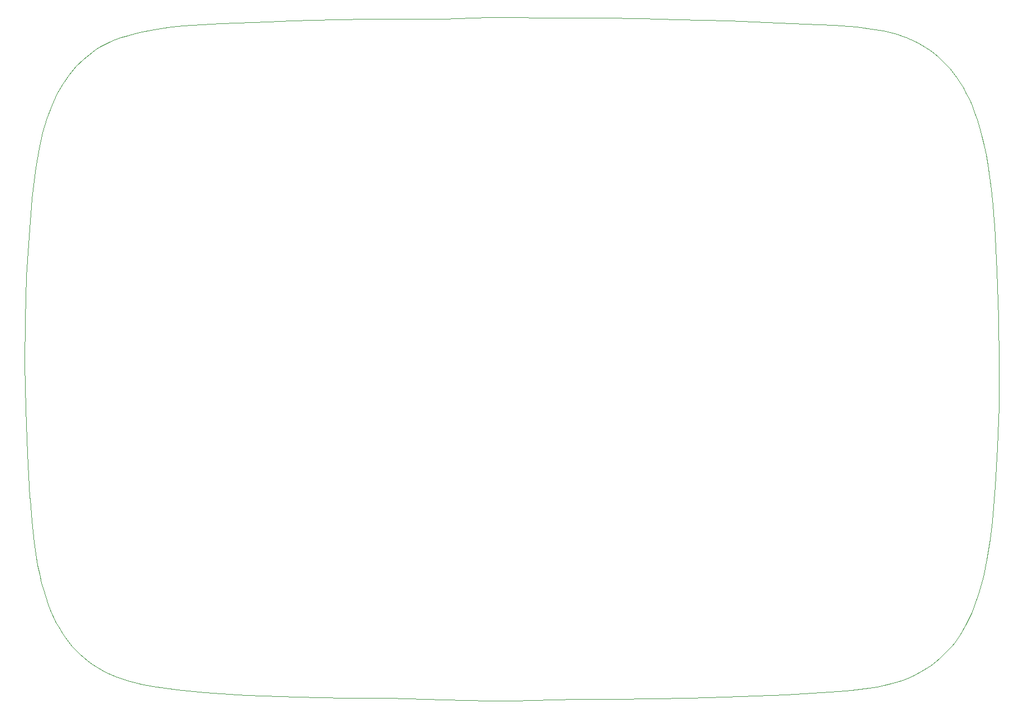
<source format=gbr>
G04 #@! TF.FileFunction,Profile,NP*
%FSLAX46Y46*%
G04 Gerber Fmt 4.6, Leading zero omitted, Abs format (unit mm)*
G04 Created by KiCad (PCBNEW 4.0.4-stable) date 11/01/16 13:43:14*
%MOMM*%
%LPD*%
G01*
G04 APERTURE LIST*
%ADD10C,0.100000*%
G04 APERTURE END LIST*
D10*
X200263110Y-96234433D02*
X195194751Y-96303952D01*
X195194751Y-96303952D02*
X188545154Y-96528836D01*
X188545154Y-96528836D02*
X184931415Y-96668347D01*
X184931415Y-96668347D02*
X177782092Y-96921963D01*
X177782092Y-96921963D02*
X174880603Y-97070645D01*
X174880603Y-97070645D02*
X172044605Y-97284253D01*
X172044605Y-97284253D02*
X170293872Y-97465298D01*
X170293872Y-97465298D02*
X168588428Y-97689816D01*
X168588428Y-97689816D02*
X167203845Y-97915539D01*
X167203845Y-97915539D02*
X165860217Y-98180233D01*
X165860217Y-98180233D02*
X164712756Y-98449078D01*
X164712756Y-98449078D02*
X163603442Y-98753979D01*
X163603442Y-98753979D02*
X162634326Y-99063382D01*
X162634326Y-99063382D02*
X161701099Y-99406537D01*
X161701099Y-99406537D02*
X160875232Y-99754147D01*
X160875232Y-99754147D02*
X160083301Y-100133633D01*
X160083301Y-100133633D02*
X159376575Y-100517804D01*
X159376575Y-100517804D02*
X158702258Y-100932354D01*
X158702258Y-100932354D02*
X158173206Y-101296795D01*
X158173206Y-101296795D02*
X156923694Y-102300732D01*
X156923694Y-102300732D02*
X155777942Y-103423626D01*
X155777942Y-103423626D02*
X154726764Y-104675015D01*
X154726764Y-104675015D02*
X153763080Y-106068127D01*
X153763080Y-106068127D02*
X152881793Y-107620221D01*
X152881793Y-107620221D02*
X152079547Y-109353344D01*
X152079547Y-109353344D02*
X151354449Y-111295727D01*
X151354449Y-111295727D02*
X150705508Y-113484265D01*
X150705508Y-113484265D02*
X150132114Y-115969296D01*
X150132114Y-115969296D02*
X149632907Y-118824353D01*
X149632907Y-118824353D02*
X149203906Y-122168728D01*
X149203906Y-122168728D02*
X149060962Y-123571179D01*
X149060962Y-123571179D02*
X148596530Y-129253018D01*
X148596530Y-129253018D02*
X148253070Y-135396847D01*
X148253070Y-135396847D02*
X148046405Y-141922238D01*
X148046405Y-141922238D02*
X147989108Y-148710049D01*
X147989108Y-148710049D02*
X148088367Y-155602444D01*
X148088367Y-155602444D02*
X148343738Y-162410531D01*
X148343738Y-162410531D02*
X148526782Y-165710122D01*
X148526782Y-165710122D02*
X148745715Y-168931454D01*
X148745715Y-168931454D02*
X148771686Y-169277070D01*
X148771686Y-169277070D02*
X149051563Y-172612992D01*
X149051563Y-172612992D02*
X149402637Y-175830304D01*
X149402637Y-175830304D02*
X149645343Y-177575234D01*
X149645343Y-177575234D02*
X149929233Y-179268910D01*
X149929233Y-179268910D02*
X150202930Y-180641224D01*
X150202930Y-180641224D02*
X150514011Y-181971379D01*
X150514011Y-181971379D02*
X150796634Y-183017765D01*
X150796634Y-183017765D02*
X151138858Y-184132962D01*
X151138858Y-184132962D02*
X151512225Y-185206894D01*
X151512225Y-185206894D02*
X151894870Y-186183705D01*
X151894870Y-186183705D02*
X152307666Y-187123410D01*
X152307666Y-187123410D02*
X152730319Y-187984692D01*
X152730319Y-187984692D02*
X153182361Y-188812018D01*
X153182361Y-188812018D02*
X153645587Y-189575303D01*
X153645587Y-189575303D02*
X154137744Y-190307005D01*
X154137744Y-190307005D02*
X154643192Y-190985972D01*
X154643192Y-190985972D02*
X155177417Y-191635094D01*
X155177417Y-191635094D02*
X155727954Y-192240416D01*
X155727954Y-192240416D02*
X156307483Y-192817086D01*
X156307483Y-192817086D02*
X156907245Y-193356938D01*
X156907245Y-193356938D02*
X157536548Y-193868842D01*
X157536548Y-193868842D02*
X158190967Y-194349200D01*
X158190967Y-194349200D02*
X158875903Y-194801875D01*
X158875903Y-194801875D02*
X160339587Y-195623749D01*
X160339587Y-195623749D02*
X161944446Y-196338385D01*
X161944446Y-196338385D02*
X163710010Y-196946295D01*
X163710010Y-196946295D02*
X165658862Y-197444809D01*
X165658862Y-197444809D02*
X167430103Y-197770932D01*
X167430103Y-197770932D02*
X171177051Y-198271702D01*
X171177051Y-198271702D02*
X175426593Y-198683003D01*
X175426593Y-198683003D02*
X180330920Y-199003712D01*
X180330920Y-199003712D02*
X181749377Y-199072682D01*
X181749377Y-199072682D02*
X189334827Y-199374178D01*
X189334827Y-199374178D02*
X193040179Y-199467606D01*
X193040179Y-199467606D02*
X196761890Y-199506337D01*
X196761890Y-199506337D02*
X197081073Y-199506600D01*
X197081073Y-199506600D02*
X203206714Y-199573307D01*
X203206714Y-199573307D02*
X211598743Y-199782986D01*
X211598743Y-199782986D02*
X218544147Y-199921475D01*
X218544147Y-199921475D02*
X221972125Y-199933720D01*
X221972125Y-199933720D02*
X225371448Y-199886219D01*
X225371448Y-199886219D02*
X228033801Y-199795876D01*
X228033801Y-199795876D02*
X232162646Y-199683085D01*
X232162646Y-199683085D02*
X237445758Y-199668232D01*
X237445758Y-199668232D02*
X243510181Y-199651238D01*
X243510181Y-199651238D02*
X248905994Y-199547671D01*
X248905994Y-199547671D02*
X254364063Y-199396161D01*
X254364063Y-199396161D02*
X259053760Y-199223027D01*
X259053760Y-199223027D02*
X263692432Y-199006310D01*
X263692432Y-199006310D02*
X267673389Y-198778027D01*
X267673389Y-198778027D02*
X271550891Y-198510998D01*
X271550891Y-198510998D02*
X273595020Y-198349488D01*
X273595020Y-198349488D02*
X274995959Y-198212826D01*
X274995959Y-198212826D02*
X276331653Y-198038720D01*
X276331653Y-198038720D02*
X277484790Y-197846817D01*
X277484790Y-197846817D02*
X278590137Y-197619725D01*
X278590137Y-197619725D02*
X279575977Y-197375466D01*
X279575977Y-197375466D02*
X280524951Y-197097205D01*
X280524951Y-197097205D02*
X281392200Y-196800555D01*
X283769336Y-195733019D02*
X284489429Y-195321160D01*
X281392200Y-196800555D02*
X282230090Y-196470284D01*
X282230090Y-196470284D02*
X283011768Y-196118649D01*
X283011768Y-196118649D02*
X283769336Y-195733019D01*
X206372455Y-96260693D02*
X200263110Y-96234433D01*
X211576587Y-96231411D02*
X206372455Y-96260693D01*
X216028766Y-96089795D02*
X211576587Y-96231411D01*
X218531604Y-96008557D02*
X216028766Y-96089795D01*
X222512073Y-95989041D02*
X218531604Y-96008557D01*
X226551501Y-96036664D02*
X222512073Y-95989041D01*
X231794421Y-96089795D02*
X226551501Y-96036664D01*
X235957446Y-96107052D02*
X231794421Y-96089795D01*
X284489429Y-195321160D02*
X285189502Y-194874150D01*
X285189502Y-194874150D02*
X285600085Y-194588877D01*
X285600085Y-194588877D02*
X286355762Y-194022669D01*
X286355762Y-194022669D02*
X287059070Y-193444195D01*
X287059070Y-193444195D02*
X287687793Y-192874957D01*
X287687793Y-192874957D02*
X288274585Y-192288979D01*
X288274585Y-192288979D02*
X288813098Y-191694529D01*
X288813098Y-191694529D02*
X289317065Y-191078824D01*
X289317065Y-191078824D02*
X290237964Y-189765612D01*
X290237964Y-189765612D02*
X291078418Y-188289067D01*
X291078418Y-188289067D02*
X291876636Y-186564068D01*
X291876636Y-186564068D02*
X292253467Y-185621266D01*
X292253467Y-185621266D02*
X292998096Y-183451306D01*
X292998096Y-183451306D02*
X293644763Y-181076748D01*
X293644763Y-181076748D02*
X294201770Y-178426754D01*
X294201770Y-178426754D02*
X294676440Y-175398941D01*
X294676440Y-175398941D02*
X295001575Y-172603764D01*
X295001575Y-172603764D02*
X295459766Y-167280838D01*
X295459766Y-167280838D02*
X295801563Y-161466744D01*
X295801563Y-161466744D02*
X296012073Y-155201779D01*
X296012073Y-155201779D02*
X296078052Y-148557751D01*
X296078052Y-148557751D02*
X295989978Y-141644513D01*
X295743945Y-134613812D02*
X295344226Y-127656521D01*
X295344226Y-127656521D02*
X295290881Y-126897870D01*
X295290881Y-126897870D02*
X295096240Y-124480771D01*
X295096240Y-124480771D02*
X294857532Y-122127072D01*
X294857532Y-122127072D02*
X294623645Y-120252499D01*
X294623645Y-120252499D02*
X294350391Y-118427762D01*
X294350391Y-118427762D02*
X294074390Y-116869229D01*
X294074390Y-116869229D02*
X293761523Y-115353909D01*
X293761523Y-115353909D02*
X293443896Y-114020779D01*
X293443896Y-114020779D02*
X293091296Y-112726620D01*
X293091296Y-112726620D02*
X292733203Y-111568951D01*
X292733203Y-111568951D02*
X292341724Y-110447186D01*
X292341724Y-110447186D02*
X291944324Y-109432812D01*
X291944324Y-109432812D02*
X291514819Y-108451977D01*
X291514819Y-108451977D02*
X291078784Y-107558102D01*
X291078784Y-107558102D02*
X290611682Y-106695935D01*
X290611682Y-106695935D02*
X290137073Y-105905453D01*
X290137073Y-105905453D02*
X289632190Y-105145306D01*
X289632190Y-105145306D02*
X289118274Y-104445019D01*
X241560779Y-96179287D02*
X235957446Y-96107052D01*
X289118274Y-104445019D02*
X288574573Y-103774044D01*
X288574573Y-103774044D02*
X288019519Y-103153637D01*
X295989978Y-141644513D02*
X295743945Y-134613812D01*
X288019519Y-103153637D02*
X287434924Y-102561917D01*
X287434924Y-102561917D02*
X286836047Y-102013455D01*
X286836047Y-102013455D02*
X286207568Y-101493390D01*
X286207568Y-101493390D02*
X285561023Y-101011013D01*
X285561023Y-101011013D02*
X284884448Y-100557126D01*
X284185352Y-100136883D02*
X283455554Y-99745556D01*
X283455554Y-99745556D02*
X282697986Y-99385296D01*
X282697986Y-99385296D02*
X281908679Y-99054699D01*
X281908679Y-99054699D02*
X280229785Y-98483975D01*
X280229785Y-98483975D02*
X278402942Y-98035901D01*
X278402942Y-98035901D02*
X277211047Y-97825467D01*
X277211047Y-97825467D02*
X274355945Y-97465909D01*
X284884448Y-100557126D02*
X284185352Y-100136883D01*
X274355945Y-97465909D02*
X270944873Y-97186306D01*
X270944873Y-97186306D02*
X266555957Y-96965664D01*
X266555957Y-96965664D02*
X262602466Y-96812985D01*
X262602466Y-96812985D02*
X254948901Y-96529675D01*
X254948901Y-96529675D02*
X247200000Y-96300000D01*
X247200000Y-96300000D02*
X241560779Y-96179287D01*
M02*

</source>
